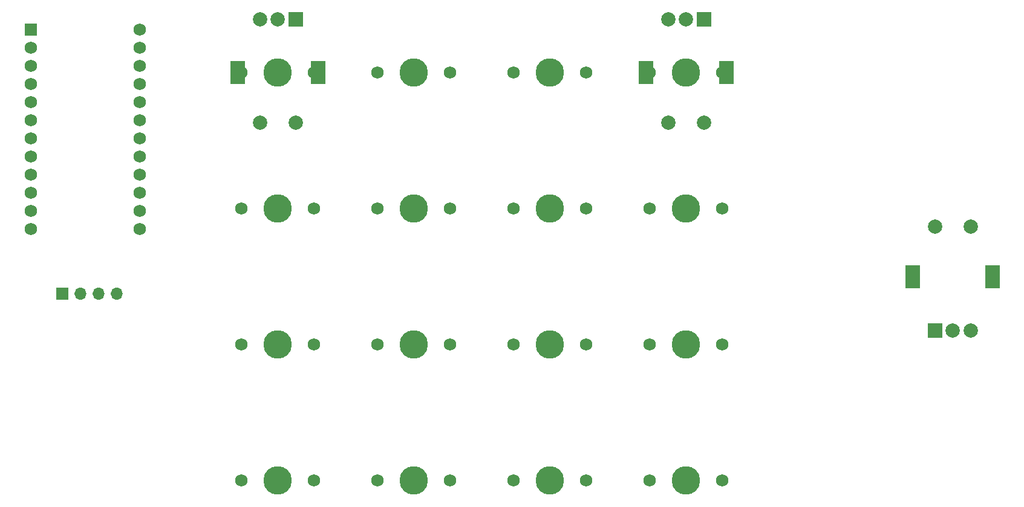
<source format=gbr>
%TF.GenerationSoftware,KiCad,Pcbnew,(5.1.9)-1*%
%TF.CreationDate,2021-03-11T10:21:24+08:00*%
%TF.ProjectId,Retrograde Pad,52657472-6f67-4726-9164-65205061642e,rev?*%
%TF.SameCoordinates,Original*%
%TF.FileFunction,Soldermask,Top*%
%TF.FilePolarity,Negative*%
%FSLAX46Y46*%
G04 Gerber Fmt 4.6, Leading zero omitted, Abs format (unit mm)*
G04 Created by KiCad (PCBNEW (5.1.9)-1) date 2021-03-11 10:21:24*
%MOMM*%
%LPD*%
G01*
G04 APERTURE LIST*
%ADD10R,2.000000X2.000000*%
%ADD11C,2.000000*%
%ADD12R,2.000000X3.200000*%
%ADD13R,1.752600X1.752600*%
%ADD14C,1.752600*%
%ADD15R,1.700000X1.700000*%
%ADD16O,1.700000X1.700000*%
%ADD17C,3.987800*%
%ADD18C,1.750000*%
G04 APERTURE END LIST*
D10*
%TO.C,SW2*%
X96162500Y-54412500D03*
D11*
X93662500Y-54412500D03*
X91162500Y-54412500D03*
D12*
X99262500Y-61912500D03*
X88062500Y-61912500D03*
D11*
X96162500Y-68912500D03*
X91162500Y-68912500D03*
%TD*%
%TO.C,SW3*%
X148312500Y-68912500D03*
X153312500Y-68912500D03*
D12*
X145212500Y-61912500D03*
X156412500Y-61912500D03*
D11*
X148312500Y-54412500D03*
X150812500Y-54412500D03*
D10*
X153312500Y-54412500D03*
%TD*%
D11*
%TO.C,SW1*%
X190618750Y-83487500D03*
X185618750Y-83487500D03*
D12*
X193718750Y-90487500D03*
X182518750Y-90487500D03*
D11*
X190618750Y-97987500D03*
X188118750Y-97987500D03*
D10*
X185618750Y-97987500D03*
%TD*%
D13*
%TO.C,U1*%
X59055000Y-55880000D03*
D14*
X59055000Y-58420000D03*
X59055000Y-60960000D03*
X59055000Y-63500000D03*
X59055000Y-66040000D03*
X59055000Y-68580000D03*
X59055000Y-71120000D03*
X59055000Y-73660000D03*
X59055000Y-76200000D03*
X59055000Y-78740000D03*
X59055000Y-81280000D03*
X74295000Y-83820000D03*
X74295000Y-81280000D03*
X74295000Y-78740000D03*
X74295000Y-76200000D03*
X74295000Y-73660000D03*
X74295000Y-71120000D03*
X74295000Y-68580000D03*
X74295000Y-66040000D03*
X74295000Y-63500000D03*
X74295000Y-60960000D03*
X74295000Y-58420000D03*
X59055000Y-83820000D03*
X74295000Y-55880000D03*
%TD*%
D15*
%TO.C,J-OLED1*%
X63500000Y-92868750D03*
D16*
X66040000Y-92868750D03*
X68580000Y-92868750D03*
X71120000Y-92868750D03*
%TD*%
D17*
%TO.C,MX1*%
X93662500Y-61912500D03*
D18*
X98742500Y-61912500D03*
X88582500Y-61912500D03*
%TD*%
%TO.C,MX2*%
X88582500Y-80962500D03*
X98742500Y-80962500D03*
D17*
X93662500Y-80962500D03*
%TD*%
%TO.C,MX3*%
X93662500Y-100012500D03*
D18*
X98742500Y-100012500D03*
X88582500Y-100012500D03*
%TD*%
%TO.C,MX4*%
X88582500Y-119062500D03*
X98742500Y-119062500D03*
D17*
X93662500Y-119062500D03*
%TD*%
%TO.C,MX5*%
X112712500Y-61912500D03*
D18*
X117792500Y-61912500D03*
X107632500Y-61912500D03*
%TD*%
%TO.C,MX6*%
X107632500Y-80962500D03*
X117792500Y-80962500D03*
D17*
X112712500Y-80962500D03*
%TD*%
%TO.C,MX7*%
X112712500Y-100012500D03*
D18*
X117792500Y-100012500D03*
X107632500Y-100012500D03*
%TD*%
%TO.C,MX8*%
X107632500Y-119062500D03*
X117792500Y-119062500D03*
D17*
X112712500Y-119062500D03*
%TD*%
%TO.C,MX9*%
X131762500Y-61912500D03*
D18*
X136842500Y-61912500D03*
X126682500Y-61912500D03*
%TD*%
D17*
%TO.C,MX10*%
X131762500Y-80962500D03*
D18*
X136842500Y-80962500D03*
X126682500Y-80962500D03*
%TD*%
%TO.C,MX11*%
X126682500Y-100012500D03*
X136842500Y-100012500D03*
D17*
X131762500Y-100012500D03*
%TD*%
%TO.C,MX12*%
X131762500Y-119062500D03*
D18*
X136842500Y-119062500D03*
X126682500Y-119062500D03*
%TD*%
%TO.C,MX13*%
X145732500Y-61912500D03*
X155892500Y-61912500D03*
D17*
X150812500Y-61912500D03*
%TD*%
%TO.C,MX14*%
X150812500Y-80962500D03*
D18*
X155892500Y-80962500D03*
X145732500Y-80962500D03*
%TD*%
%TO.C,MX15*%
X145732500Y-100012500D03*
X155892500Y-100012500D03*
D17*
X150812500Y-100012500D03*
%TD*%
D18*
%TO.C,MX16*%
X145732500Y-119062500D03*
X155892500Y-119062500D03*
D17*
X150812500Y-119062500D03*
%TD*%
M02*

</source>
